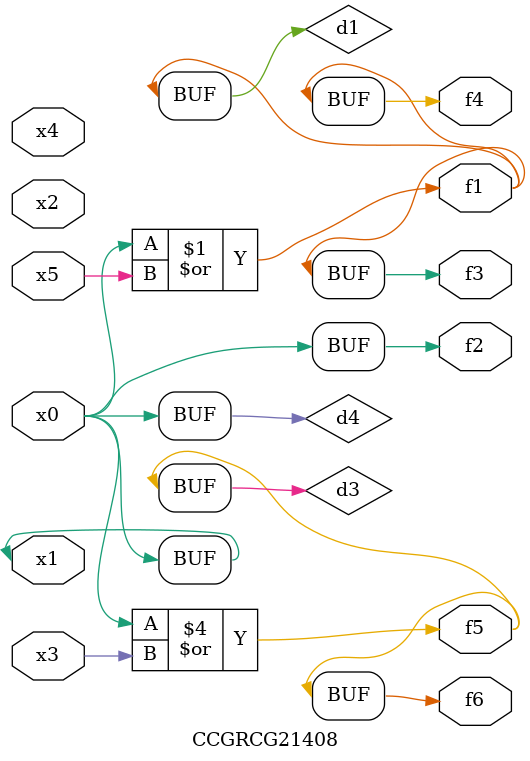
<source format=v>
module CCGRCG21408(
	input x0, x1, x2, x3, x4, x5,
	output f1, f2, f3, f4, f5, f6
);

	wire d1, d2, d3, d4;

	or (d1, x0, x5);
	xnor (d2, x1, x4);
	or (d3, x0, x3);
	buf (d4, x0, x1);
	assign f1 = d1;
	assign f2 = d4;
	assign f3 = d1;
	assign f4 = d1;
	assign f5 = d3;
	assign f6 = d3;
endmodule

</source>
